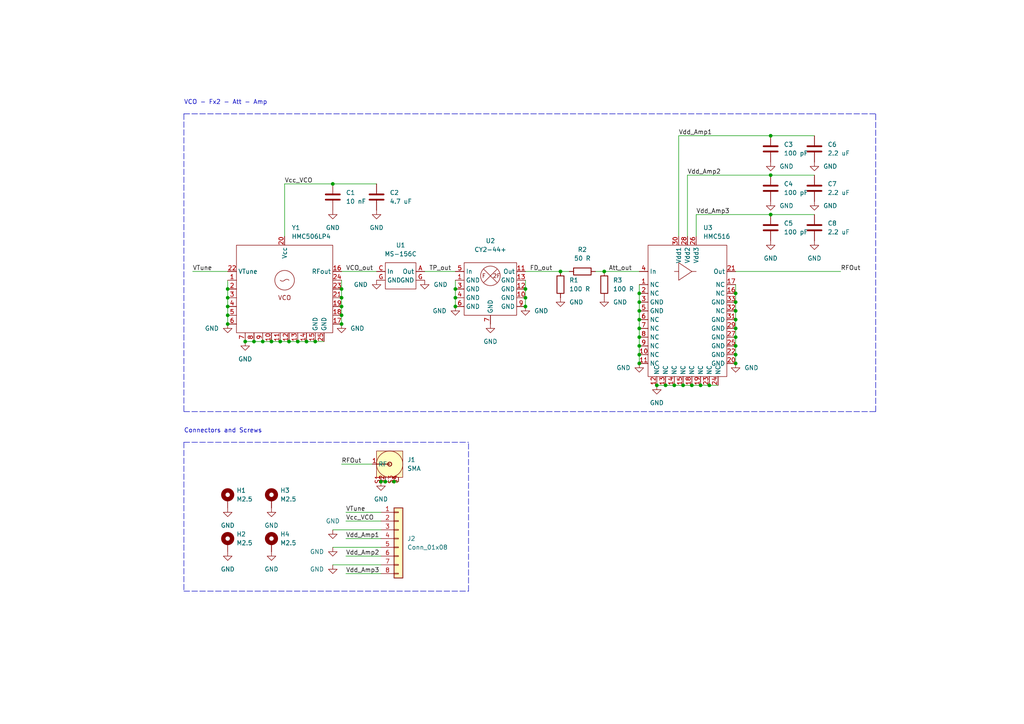
<source format=kicad_sch>
(kicad_sch (version 20211123) (generator eeschema)
  (paper "A4")
  (lib_symbols
    (symbol "Connector_Generic:Conn_01x08" (pin_names (offset 1.016) hide)
      (property "Reference" "J" (at 0 10.16 0))
      (property "Value" "Conn_01x08" (at 0 -12.7 0))
      (symbol "Conn_01x08_1_1"
        (rectangle (start -1.27 -10.033) (end 0 -10.287) (stroke (width 0.1524)))
        (rectangle (start -1.27 -7.493) (end 0 -7.747) (stroke (width 0.1524)))
        (rectangle (start -1.27 -4.953) (end 0 -5.207) (stroke (width 0.1524)))
        (rectangle (start -1.27 -2.413) (end 0 -2.667) (stroke (width 0.1524)))
        (rectangle (start -1.27 0.127) (end 0 -0.127) (stroke (width 0.1524)))
        (rectangle (start -1.27 2.667) (end 0 2.413) (stroke (width 0.1524)))
        (rectangle (start -1.27 5.207) (end 0 4.953) (stroke (width 0.1524)))
        (rectangle (start -1.27 7.747) (end 0 7.493) (stroke (width 0.1524)))
        (rectangle (start -1.27 8.89) (end 1.27 -11.43) (stroke (width 0.254)) (fill (type background)))
        (pin passive line (at -5.08 7.62 0) (length 3.81) (name "Pin_1") (number "1"))
        (pin passive line (at -5.08 5.08 0) (length 3.81) (name "Pin_2") (number "2"))
        (pin passive line (at -5.08 2.54 0) (length 3.81) (name "Pin_3") (number "3"))
        (pin passive line (at -5.08 0 0) (length 3.81) (name "Pin_4") (number "4"))
        (pin passive line (at -5.08 -2.54 0) (length 3.81) (name "Pin_5") (number "5"))
        (pin passive line (at -5.08 -5.08 0) (length 3.81) (name "Pin_6") (number "6"))
        (pin passive line (at -5.08 -7.62 0) (length 3.81) (name "Pin_7") (number "7"))
        (pin passive line (at -5.08 -10.16 0) (length 3.81) (name "Pin_8") (number "8"))
      )
    )
    (symbol "Device:C" (pin_numbers hide) (pin_names (offset 0.254))
      (property "Reference" "C" (at 0.635 2.54 0))
      (property "Value" "C" (at 0.635 -2.54 0))
      (symbol "C_0_1"
        (polyline (pts (xy -2.032 -0.762) (xy 2.032 -0.762)) (stroke (width 0.508)))
        (polyline (pts (xy -2.032 0.762) (xy 2.032 0.762)) (stroke (width 0.508)))
      )
      (symbol "C_1_1"
        (pin passive line (at 0 3.81 270) (length 2.794) (name "~") (number "1"))
        (pin passive line (at 0 -3.81 90) (length 2.794) (name "~") (number "2"))
      )
    )
    (symbol "Device:R" (pin_numbers hide) (pin_names (offset 0))
      (property "Reference" "R" (at 2.032 0 90))
      (property "Value" "R" (at 0 0 90))
      (symbol "R_0_1"
        (rectangle (start -1.016 -2.54) (end 1.016 2.54) (stroke (width 0.254)))
      )
      (symbol "R_1_1"
        (pin passive line (at 0 3.81 270) (length 1.27) (name "~") (number "1"))
        (pin passive line (at 0 -3.81 90) (length 1.27) (name "~") (number "2"))
      )
    )
    (symbol "GGS_Connectors:MS-156C"
      (property "Reference" "U" (at 3.81 12.7 0))
      (property "Value" "MS-156C" (at 7.62 10.16 0))
      (symbol "MS-156C_0_1"
        (rectangle (start 2.54 8.89) (end 11.43 1.27))
      )
      (symbol "MS-156C_1_1"
        (pin output line (at 13.97 6.35 180) (length 2.54) (name "Out") (number "A"))
        (pin input line (at 0 6.35 0) (length 2.54) (name "In") (number "C"))
        (pin passive line (at 0 3.81 0) (length 2.54) (name "GND") (number "G"))
        (pin passive line (at 13.97 3.81 180) (length 2.54) (name "GND") (number "G"))
      )
    )
    (symbol "GGS_Connectors:SMA"
      (property "Reference" "J" (at 2.54 15.24 0))
      (property "Value" "SMA" (at 3.81 12.7 0))
      (symbol "SMA_0_1"
        (polyline (pts (xy 6.35 6.35) (xy 2.54 6.35)) (stroke (width 0.254)))
        (rectangle (start 2.54 10.16) (end 10.16 2.54) (fill (type background)))
        (circle (center 6.35 6.35) (radius 0.568) (stroke (width 0.254)))
        (circle (center 6.35 6.35) (radius 3.81))
      )
      (symbol "SMA_1_1"
        (pin bidirectional line (at 1.27 6.35 0) (length 1.27) (name "RF") (number "1"))
        (pin power_in line (at 3.81 1.27 90) (length 1.27) (name "") (number "S1"))
        (pin power_in line (at 5.08 1.27 90) (length 1.27) (name "") (number "S2"))
        (pin power_in line (at 7.62 1.27 90) (length 1.27) (name "") (number "S3"))
        (pin power_in line (at 8.89 1.27 90) (length 1.27) (name "") (number "S4"))
      )
    )
    (symbol "GGS_RF:CY2-44+"
      (property "Reference" "U" (at 10.16 13.97 0))
      (property "Value" "CY2-44+" (at 13.97 11.43 0))
      (symbol "CY2-44+_0_0"
        (text "2F" (at 5.588 6.35 0) (effects (font (size 1.143 1.143))))
        (text "F" (at 1.905 6.35 0) (effects (font (size 1.143 1.143))))
        (pin unspecified line (at -6.35 5.08 0) (length 2.54) (name "GND") (number "1"))
        (pin unspecified line (at 13.97 0 180) (length 2.54) (name "GND") (number "10"))
        (pin unspecified line (at 13.97 7.62 180) (length 2.54) (name "Out") (number "11"))
        (pin unspecified line (at 13.97 2.54 180) (length 2.54) (name "GND") (number "12"))
        (pin unspecified line (at 13.97 5.08 180) (length 2.54) (name "GND") (number "13"))
        (pin unspecified line (at 2.54 13.97 270) (length 2.54) hide (name "") (number "2"))
        (pin unspecified line (at -6.35 2.54 0) (length 2.54) (name "GND") (number "3"))
        (pin unspecified line (at -6.35 0 0) (length 2.54) (name "GND") (number "4"))
        (pin unspecified line (at -6.35 7.62 0) (length 2.54) (name "In") (number "5"))
        (pin unspecified line (at -6.35 -2.54 0) (length 2.54) (name "GND") (number "6"))
        (pin unspecified line (at 3.81 -7.62 90) (length 2.54) (name "GND") (number "7"))
        (pin unspecified line (at 6.35 13.97 270) (length 2.54) hide (name "") (number "8"))
        (pin unspecified line (at 13.97 -2.54 180) (length 2.54) (name "GND") (number "9"))
      )
      (symbol "CY2-44+_0_1"
        (rectangle (start -3.81 10.16) (end 11.43 -5.08))
        (polyline (pts (xy 1.905 8.255) (xy 5.715 4.445)))
        (polyline (pts (xy 5.715 8.255) (xy 1.905 4.445)))
        (circle (center 3.81 6.35) (radius 2.8398))
      )
    )
    (symbol "GGS_RF:HMC506LP4"
      (property "Reference" "Y" (at 21.59 29.21 0))
      (property "Value" "HMC506LP4" (at 26.67 26.67 0))
      (symbol "HMC506LP4_0_0"
        (text "VCO" (at 17.78 8.89 0) (effects (font (size 1.27 1.27))))
        (pin unspecified line (at 1.27 13.97 0) (length 2.54) (name "") (number "1"))
        (pin unspecified line (at 13.97 -3.81 90) (length 2.54) (name "") (number "10"))
        (pin unspecified line (at 16.51 -3.81 90) (length 2.54) (name "") (number "11"))
        (pin unspecified line (at 19.05 -3.81 90) (length 2.54) (name "") (number "12"))
        (pin unspecified line (at 21.59 -3.81 90) (length 2.54) (name "") (number "13"))
        (pin unspecified line (at 24.13 -3.81 90) (length 2.54) (name "") (number "14"))
        (pin unspecified line (at 26.67 -3.81 90) (length 2.54) (name "GND") (number "15"))
        (pin unspecified line (at 34.29 16.51 180) (length 2.54) (name "RFout") (number "16"))
        (pin unspecified line (at 34.29 1.27 180) (length 2.54) (name "") (number "17"))
        (pin unspecified line (at 34.29 3.81 180) (length 2.54) (name "") (number "18"))
        (pin unspecified line (at 34.29 6.35 180) (length 2.54) (name "") (number "19"))
        (pin unspecified line (at 1.27 11.43 0) (length 2.54) (name "") (number "2"))
        (pin unspecified line (at 17.78 26.67 270) (length 2.54) (name "Vcc") (number "20"))
        (pin unspecified line (at 34.29 8.89 180) (length 2.54) (name "") (number "21"))
        (pin input line (at 1.27 16.51 0) (length 2.54) (name "VTune") (number "22"))
        (pin unspecified line (at 34.29 11.43 180) (length 2.54) (name "") (number "23"))
        (pin unspecified line (at 34.29 13.97 180) (length 2.54) (name "") (number "24"))
        (pin unspecified line (at 29.21 -3.81 90) (length 2.54) (name "GND") (number "25"))
        (pin unspecified line (at 1.27 8.89 0) (length 2.54) (name "") (number "3"))
        (pin unspecified line (at 1.27 6.35 0) (length 2.54) (name "") (number "4"))
        (pin unspecified line (at 1.27 3.81 0) (length 2.54) (name "") (number "5"))
        (pin unspecified line (at 1.27 1.27 0) (length 2.54) (name "") (number "6"))
        (pin unspecified line (at 6.35 -3.81 90) (length 2.54) (name "") (number "7"))
        (pin unspecified line (at 8.89 -3.81 90) (length 2.54) (name "") (number "8"))
        (pin unspecified line (at 11.43 -3.81 90) (length 2.54) (name "") (number "9"))
      )
      (symbol "HMC506LP4_0_1"
        (rectangle (start 3.81 24.13) (end 31.75 -1.27))
        (arc (start 16.51 13.97) (mid 17.145 12.4334) (end 17.78 13.97))
        (circle (center 17.78 13.97) (radius 2.8398))
        (arc (start 19.05 13.97) (mid 18.415 15.503) (end 17.78 13.97))
      )
    )
    (symbol "GGS_RF:HMC516"
      (property "Reference" "U" (at 8.89 54.61 0))
      (property "Value" "HMC516" (at 11.43 52.07 0))
      (symbol "HMC516_0_0"
        (rectangle (start -10.16 49.53) (end 12.7 11.43))
        (polyline (pts (xy 2.54 41.91) (xy 3.81 41.91)))
        (polyline (pts (xy -2.54 41.91) (xy -1.27 41.91) (xy -1.27 39.37) (xy 2.54 41.91) (xy -1.27 44.45) (xy -1.27 41.91)))
        (pin unspecified line (at -12.7 38.1 0) (length 2.54) (name "NC") (number "1"))
        (pin unspecified line (at -12.7 17.78 0) (length 2.54) (name "NC") (number "10"))
        (pin unspecified line (at -12.7 15.24 0) (length 2.54) (name "NC") (number "11"))
        (pin unspecified line (at -7.62 8.89 90) (length 2.54) (name "NC") (number "12"))
        (pin unspecified line (at -5.08 8.89 90) (length 2.54) (name "NC") (number "13"))
        (pin unspecified line (at -2.54 8.89 90) (length 2.54) (name "NC") (number "14"))
        (pin unspecified line (at 0 8.89 90) (length 2.54) (name "NC") (number "15"))
        (pin unspecified line (at 15.24 35.56 180) (length 2.54) (name "NC") (number "16"))
        (pin unspecified line (at 15.24 38.1 180) (length 2.54) (name "NC") (number "17"))
        (pin unspecified line (at 2.54 8.89 90) (length 2.54) (name "NC") (number "18"))
        (pin unspecified line (at 5.08 8.89 90) (length 2.54) (name "NC") (number "19"))
        (pin unspecified line (at -12.7 35.56 0) (length 2.54) (name "NC") (number "2"))
        (pin unspecified line (at 15.24 15.24 180) (length 2.54) (name "GND") (number "20"))
        (pin unspecified line (at 15.24 41.91 180) (length 2.54) (name "Out") (number "21"))
        (pin unspecified line (at 15.24 17.78 180) (length 2.54) (name "GND") (number "22"))
        (pin unspecified line (at 7.62 8.89 90) (length 2.54) (name "NC") (number "23"))
        (pin unspecified line (at 10.16 8.89 90) (length 2.54) (name "NC") (number "24"))
        (pin unspecified line (at 15.24 20.32 180) (length 2.54) (name "GND") (number "25"))
        (pin unspecified line (at 3.81 52.07 270) (length 2.54) (name "Vdd3") (number "26"))
        (pin unspecified line (at 15.24 22.86 180) (length 2.54) (name "GND") (number "27"))
        (pin unspecified line (at 1.27 52.07 270) (length 2.54) (name "Vdd2") (number "28"))
        (pin unspecified line (at 15.24 25.4 180) (length 2.54) (name "GND") (number "29"))
        (pin unspecified line (at -12.7 33.02 0) (length 2.54) (name "GND") (number "3"))
        (pin unspecified line (at -1.27 52.07 270) (length 2.54) (name "Vdd1") (number "30"))
        (pin unspecified line (at 15.24 27.94 180) (length 2.54) (name "GND") (number "31"))
        (pin unspecified line (at 15.24 30.48 180) (length 2.54) (name "NC") (number "32"))
        (pin unspecified line (at 15.24 33.02 180) (length 2.54) (name "GND") (number "33"))
        (pin unspecified line (at -12.7 41.91 0) (length 2.54) (name "In") (number "4"))
        (pin unspecified line (at -12.7 30.48 0) (length 2.54) (name "GND") (number "5"))
        (pin unspecified line (at -12.7 27.94 0) (length 2.54) (name "NC") (number "6"))
        (pin unspecified line (at -12.7 25.4 0) (length 2.54) (name "NC") (number "7"))
        (pin unspecified line (at -12.7 22.86 0) (length 2.54) (name "NC") (number "8"))
        (pin unspecified line (at -12.7 20.32 0) (length 2.54) (name "NC") (number "9"))
      )
    )
    (symbol "Mechanical:MountingHole_Pad" (pin_numbers hide) (pin_names (offset 1.016) hide)
      (property "Reference" "H" (at 0 6.35 0))
      (property "Value" "MountingHole_Pad" (at 0 4.445 0))
      (symbol "MountingHole_Pad_0_1"
        (circle (center 0 1.27) (radius 1.27) (stroke (width 1.27)))
      )
      (symbol "MountingHole_Pad_1_1"
        (pin input line (at 0 -2.54 90) (length 2.54) (name "1") (number "1"))
      )
    )
    (symbol "power:GND" (power) (pin_names (offset 0))
      (property "Value" "GND" (at 0 -3.81 0))
      (symbol "GND_0_1"
        (polyline (pts (xy 0 0) (xy 0 -1.27) (xy 1.27 -1.27) (xy 0 -2.54) (xy -1.27 -1.27) (xy 0 -1.27)))
      )
      (symbol "GND_1_1"
        (pin power_in line (at 0 0 270) (length 0) hide (name "GND") (number "1"))
      )
    )
  )
  (junction (at 185.42 95.25))
  (junction (at 185.42 85.09))
  (junction (at 185.42 97.79))
  (junction (at 66.04 93.98))
  (junction (at 83.82 99.06))
  (junction (at 66.04 86.36))
  (junction (at 175.26 78.74))
  (junction (at 223.52 50.8))
  (junction (at 132.08 86.36))
  (junction (at 81.28 99.06))
  (junction (at 213.36 95.25))
  (junction (at 198.12 111.76))
  (junction (at 185.42 102.87))
  (junction (at 200.66 111.76))
  (junction (at 76.2 99.06))
  (junction (at 99.06 88.9))
  (junction (at 162.56 78.74))
  (junction (at 99.06 86.36))
  (junction (at 66.04 88.9))
  (junction (at 213.36 87.63))
  (junction (at 132.08 88.9))
  (junction (at 110.49 139.7))
  (junction (at 99.06 83.82))
  (junction (at 185.42 87.63))
  (junction (at 203.2 111.76))
  (junction (at 152.4 83.82))
  (junction (at 132.08 83.82))
  (junction (at 152.4 86.36))
  (junction (at 71.12 99.06))
  (junction (at 78.74 99.06))
  (junction (at 99.06 93.98))
  (junction (at 213.36 85.09))
  (junction (at 86.36 99.06))
  (junction (at 66.04 83.82))
  (junction (at 193.04 111.76))
  (junction (at 91.44 99.06))
  (junction (at 66.04 91.44))
  (junction (at 111.76 139.7))
  (junction (at 213.36 92.71))
  (junction (at 213.36 90.17))
  (junction (at 223.52 39.37))
  (junction (at 185.42 100.33))
  (junction (at 185.42 90.17))
  (junction (at 190.5 111.76))
  (junction (at 114.3 139.7))
  (junction (at 213.36 97.79))
  (junction (at 96.52 53.34))
  (junction (at 213.36 105.41))
  (junction (at 73.66 99.06))
  (junction (at 88.9 99.06))
  (junction (at 205.74 111.76))
  (junction (at 185.42 92.71))
  (junction (at 213.36 102.87))
  (junction (at 152.4 88.9))
  (junction (at 99.06 91.44))
  (junction (at 213.36 100.33))
  (junction (at 195.58 111.76))
  (junction (at 185.42 105.41))
  (junction (at 223.52 62.23))
  (wire (pts (xy 99.06 83.82) (xy 99.06 86.36)))
  (wire (pts (xy 213.36 100.33) (xy 213.36 102.87)))
  (wire (pts (xy 76.2 99.06) (xy 78.74 99.06)))
  (wire (pts (xy 100.33 156.21) (xy 110.49 156.21)))
  (polyline (pts (xy 53.34 128.27) (xy 53.34 171.45)))
  (polyline (pts (xy 135.89 171.45) (xy 135.89 128.27)))
  (wire (pts (xy 100.33 151.13) (xy 110.49 151.13)))
  (wire (pts (xy 96.52 153.67) (xy 110.49 153.67)))
  (wire (pts (xy 99.06 86.36) (xy 99.06 88.9)))
  (wire (pts (xy 175.26 78.74) (xy 185.42 78.74)))
  (wire (pts (xy 213.36 85.09) (xy 213.36 87.63)))
  (wire (pts (xy 199.39 68.58) (xy 199.39 50.8)))
  (wire (pts (xy 132.08 86.36) (xy 132.08 88.9)))
  (wire (pts (xy 243.84 78.74) (xy 213.36 78.74)))
  (wire (pts (xy 193.04 111.76) (xy 195.58 111.76)))
  (polyline (pts (xy 53.34 33.02) (xy 254 33.02)))
  (wire (pts (xy 223.52 39.37) (xy 236.22 39.37)))
  (wire (pts (xy 55.88 78.74) (xy 66.04 78.74)))
  (wire (pts (xy 111.76 139.7) (xy 114.3 139.7)))
  (wire (pts (xy 88.9 99.06) (xy 91.44 99.06)))
  (wire (pts (xy 86.36 99.06) (xy 88.9 99.06)))
  (wire (pts (xy 91.44 99.06) (xy 93.98 99.06)))
  (wire (pts (xy 99.06 88.9) (xy 99.06 91.44)))
  (wire (pts (xy 152.4 83.82) (xy 152.4 86.36)))
  (wire (pts (xy 213.36 102.87) (xy 213.36 105.41)))
  (wire (pts (xy 185.42 82.55) (xy 185.42 85.09)))
  (wire (pts (xy 162.56 78.74) (xy 165.1 78.74)))
  (wire (pts (xy 82.55 53.34) (xy 96.52 53.34)))
  (wire (pts (xy 185.42 95.25) (xy 185.42 97.79)))
  (wire (pts (xy 213.36 95.25) (xy 213.36 97.79)))
  (wire (pts (xy 200.66 111.76) (xy 203.2 111.76)))
  (wire (pts (xy 100.33 166.37) (xy 110.49 166.37)))
  (polyline (pts (xy 53.34 171.45) (xy 135.89 171.45)))
  (wire (pts (xy 66.04 81.28) (xy 66.04 83.82)))
  (wire (pts (xy 213.36 90.17) (xy 213.36 92.71)))
  (wire (pts (xy 123.19 78.74) (xy 132.08 78.74)))
  (wire (pts (xy 99.06 91.44) (xy 99.06 93.98)))
  (wire (pts (xy 185.42 102.87) (xy 185.42 105.41)))
  (polyline (pts (xy 53.34 128.27) (xy 135.89 128.27)))
  (wire (pts (xy 205.74 111.76) (xy 208.28 111.76)))
  (wire (pts (xy 203.2 111.76) (xy 205.74 111.76)))
  (wire (pts (xy 185.42 85.09) (xy 185.42 87.63)))
  (wire (pts (xy 81.28 99.06) (xy 83.82 99.06)))
  (wire (pts (xy 96.52 158.75) (xy 110.49 158.75)))
  (wire (pts (xy 100.33 148.59) (xy 110.49 148.59)))
  (wire (pts (xy 196.85 39.37) (xy 223.52 39.37)))
  (wire (pts (xy 73.66 99.06) (xy 76.2 99.06)))
  (wire (pts (xy 66.04 86.36) (xy 66.04 88.9)))
  (wire (pts (xy 201.93 68.58) (xy 201.93 62.23)))
  (wire (pts (xy 114.3 139.7) (xy 115.57 139.7)))
  (wire (pts (xy 172.72 78.74) (xy 175.26 78.74)))
  (wire (pts (xy 96.52 163.83) (xy 110.49 163.83)))
  (wire (pts (xy 132.08 81.28) (xy 132.08 83.82)))
  (wire (pts (xy 223.52 62.23) (xy 236.22 62.23)))
  (wire (pts (xy 223.52 50.8) (xy 236.22 50.8)))
  (wire (pts (xy 66.04 88.9) (xy 66.04 91.44)))
  (wire (pts (xy 99.06 81.28) (xy 99.06 83.82)))
  (wire (pts (xy 190.5 111.76) (xy 193.04 111.76)))
  (wire (pts (xy 152.4 78.74) (xy 162.56 78.74)))
  (wire (pts (xy 83.82 99.06) (xy 86.36 99.06)))
  (wire (pts (xy 132.08 83.82) (xy 132.08 86.36)))
  (wire (pts (xy 213.36 92.71) (xy 213.36 95.25)))
  (wire (pts (xy 99.06 134.62) (xy 107.95 134.62)))
  (wire (pts (xy 201.93 62.23) (xy 223.52 62.23)))
  (wire (pts (xy 99.06 78.74) (xy 109.22 78.74)))
  (wire (pts (xy 78.74 99.06) (xy 81.28 99.06)))
  (wire (pts (xy 152.4 81.28) (xy 152.4 83.82)))
  (polyline (pts (xy 53.34 119.38) (xy 254 119.38)))
  (wire (pts (xy 185.42 97.79) (xy 185.42 100.33)))
  (wire (pts (xy 66.04 91.44) (xy 66.04 93.98)))
  (wire (pts (xy 110.49 139.7) (xy 111.76 139.7)))
  (wire (pts (xy 195.58 111.76) (xy 198.12 111.76)))
  (wire (pts (xy 185.42 100.33) (xy 185.42 102.87)))
  (wire (pts (xy 185.42 92.71) (xy 185.42 95.25)))
  (wire (pts (xy 196.85 68.58) (xy 196.85 39.37)))
  (wire (pts (xy 213.36 82.55) (xy 213.36 85.09)))
  (wire (pts (xy 96.52 53.34) (xy 109.22 53.34)))
  (wire (pts (xy 82.55 53.34) (xy 82.55 68.58)))
  (polyline (pts (xy 53.34 33.02) (xy 53.34 119.38)))
  (wire (pts (xy 71.12 99.06) (xy 73.66 99.06)))
  (polyline (pts (xy 254 119.38) (xy 254 33.02)))
  (wire (pts (xy 100.33 161.29) (xy 110.49 161.29)))
  (wire (pts (xy 152.4 86.36) (xy 152.4 88.9)))
  (wire (pts (xy 185.42 87.63) (xy 185.42 90.17)))
  (wire (pts (xy 213.36 97.79) (xy 213.36 100.33)))
  (wire (pts (xy 198.12 111.76) (xy 200.66 111.76)))
  (wire (pts (xy 199.39 50.8) (xy 223.52 50.8)))
  (wire (pts (xy 66.04 83.82) (xy 66.04 86.36)))
  (wire (pts (xy 213.36 87.63) (xy 213.36 90.17)))
  (wire (pts (xy 185.42 90.17) (xy 185.42 92.71)))
  (text "Connectors and Screws" (at 53.34 125.73 0) (effects (font (size 1.27 1.27)) (justify left bottom)))
  (text "VCO - Fx2 - Att - Amp" (at 53.34 30.48 0) (effects (font (size 1.27 1.27)) (justify left bottom)))
  (label "Vdd_Amp3" (at 100.33 166.37 0))
  (label "VTune" (at 100.33 148.59 0))
  (label "Vcc_VCO" (at 100.33 151.13 0))
  (label "VCO_out" (at 100.33 78.74 0))
  (label "Vdd_Amp2" (at 100.33 161.29 0))
  (label "RFOut" (at 99.06 134.62 0))
  (label "Att_out" (at 176.5458 78.74 0))
  (label "FD_out" (at 153.67 78.74 0))
  (label "Vcc_VCO" (at 82.55 53.34 0))
  (label "Vdd_Amp3" (at 201.93 62.23 0))
  (label "Vdd_Amp2" (at 199.39 50.8 0))
  (label "TP_out" (at 124.46 78.74 0))
  (label "Vdd_Amp1" (at 100.33 156.21 0))
  (label "RFOut" (at 243.84 78.74 0))
  (label "VTune" (at 55.88 78.74 0))
  (label "Vdd_Amp1" (at 196.85 39.37 0))
  (symbol (lib_id "Mechanical:MountingHole_Pad") (at 66.04 157.48 0) (unit 1)
    (property "Reference" "H2" (at 68.58 154.9399 0) (effects (justify left)))
    (property "Value" "M2.5" (at 68.58 157.4799 0) (effects (justify left)))
    (property "Footprint" "MountingHole:MountingHole_2.7mm_M2.5_Pad" (effects hide))
  )
  (symbol (lib_id "power:GND") (at 236.22 58.42 0) (unit 1)
    (property "Reference" "#PWR027" (effects hide))
    (property "Value" "GND" (at 238.76 59.6899 0) (effects (justify left)))
  )
  (symbol (lib_id "power:GND") (at 142.24 93.98 0) (unit 1)
    (property "Reference" "#PWR016" (effects hide))
    (property "Value" "GND" (at 142.24 99.06 0))
  )
  (symbol (lib_id "Device:R") (at 175.26 82.55 180) (unit 1)
    (property "Reference" "R3" (at 177.8 81.2799 0) (effects (justify right)))
    (property "Value" "100 R" (at 177.8 83.8199 0) (effects (justify right)))
    (property "Footprint" "Resistor_SMD:R_0603_1608Metric" (effects hide))
  )
  (symbol (lib_id "power:GND") (at 66.04 147.32 0) (unit 1)
    (property "Reference" "#PWR03" (effects hide))
    (property "Value" "GND" (at 66.04 152.4 0))
  )
  (symbol (lib_id "GGS_RF:CY2-44+") (at 138.43 86.36 0) (unit 1)
    (property "Reference" "U2" (at 142.24 69.85 0))
    (property "Value" "CY2-44+" (at 142.24 72.39 0))
    (property "Footprint" "Package_DFN_QFN:QFN-12-1EP_3x3mm_P0.5mm_EP1.65x1.65mm" (effects hide))
  )
  (symbol (lib_id "Device:R") (at 162.56 82.55 0) (unit 1)
    (property "Reference" "R1" (at 165.1 81.2799 0) (effects (justify left)))
    (property "Value" "100 R" (at 165.1 83.8199 0) (effects (justify left)))
    (property "Footprint" "Resistor_SMD:R_0603_1608Metric" (effects hide))
  )
  (symbol (lib_id "Device:C") (at 96.52 57.15 0) (unit 1)
    (property "Reference" "C1" (at 100.33 55.8799 0) (effects (justify left)))
    (property "Value" "10 nF" (at 100.33 58.4199 0) (effects (justify left)))
    (property "Footprint" "Capacitor_SMD:C_0603_1608Metric" (effects hide))
  )
  (symbol (lib_id "Device:C") (at 223.52 54.61 0) (unit 1)
    (property "Reference" "C4" (at 227.33 53.3399 0) (effects (justify left)))
    (property "Value" "100 pF" (at 227.33 55.8799 0) (effects (justify left)))
    (property "Footprint" "Capacitor_SMD:C_0603_1608Metric" (effects hide))
  )
  (symbol (lib_id "power:GND") (at 223.52 46.99 0) (unit 1)
    (property "Reference" "#PWR023" (effects hide))
    (property "Value" "GND" (at 226.06 48.2599 0) (effects (justify left)))
  )
  (symbol (lib_id "power:GND") (at 123.19 81.28 0) (unit 1)
    (property "Reference" "#PWR014" (effects hide))
    (property "Value" "GND" (at 125.73 82.5499 0) (effects (justify left)))
  )
  (symbol (lib_id "Device:C") (at 236.22 54.61 0) (unit 1)
    (property "Reference" "C7" (at 240.03 53.3399 0) (effects (justify left)))
    (property "Value" "2.2 uF" (at 240.03 55.8799 0) (effects (justify left)))
    (property "Footprint" "Capacitor_SMD:C_0603_1608Metric" (effects hide))
  )
  (symbol (lib_id "power:GND") (at 223.52 69.85 0) (unit 1)
    (property "Reference" "#PWR025" (effects hide))
    (property "Value" "GND" (at 223.52 74.93 0))
  )
  (symbol (lib_id "Connector_Generic:Conn_01x08") (at 115.57 156.21 0) (unit 1)
    (property "Reference" "J2" (at 118.11 156.2099 0) (effects (justify left)))
    (property "Value" "Conn_01x08" (at 118.11 158.7499 0) (effects (justify left)))
    (property "Footprint" "Connector_PinSocket_2.00mm:PinSocket_1x08_P2.00mm_Vertical" (effects hide))
  )
  (symbol (lib_id "power:GND") (at 99.06 93.98 0) (unit 1)
    (property "Reference" "#PWR08" (effects hide))
    (property "Value" "GND" (at 101.6 95.2499 0) (effects (justify left)))
  )
  (symbol (lib_id "power:GND") (at 96.52 153.67 0) (unit 1)
    (property "Reference" "#PWR09" (effects hide))
    (property "Value" "GND" (at 96.52 151.13 0))
  )
  (symbol (lib_id "power:GND") (at 162.56 86.36 0) (unit 1)
    (property "Reference" "#PWR018" (effects hide))
    (property "Value" "GND" (at 165.1 87.6299 0) (effects (justify left)))
  )
  (symbol (lib_id "Device:C") (at 223.52 66.04 0) (unit 1)
    (property "Reference" "C5" (at 227.33 64.7699 0) (effects (justify left)))
    (property "Value" "100 pF" (at 227.33 67.3099 0) (effects (justify left)))
    (property "Footprint" "Capacitor_SMD:C_0603_1608Metric" (effects hide))
  )
  (symbol (lib_id "power:GND") (at 175.26 86.36 0) (unit 1)
    (property "Reference" "#PWR019" (effects hide))
    (property "Value" "GND" (at 177.8 87.6299 0) (effects (justify left)))
  )
  (symbol (lib_id "power:GND") (at 109.22 60.96 0) (unit 1)
    (property "Reference" "#PWR011" (effects hide))
    (property "Value" "GND" (at 109.22 66.04 0))
  )
  (symbol (lib_id "GGS_RF:HMC516") (at 198.12 120.65 0) (unit 1)
    (property "Reference" "U3" (at 203.9494 66.04 0) (effects (justify left)))
    (property "Value" "HMC516" (at 203.9494 68.58 0) (effects (justify left)))
    (property "Footprint" "Package_DFN_QFN:QFN-32-1EP_5x5mm_P0.5mm_EP3.6x3.6mm" (effects hide))
  )
  (symbol (lib_id "GGS_Connectors:MS-156C") (at 109.22 85.09 0) (unit 1)
    (property "Reference" "U1" (at 116.205 71.12 0))
    (property "Value" "MS-156C" (at 116.205 73.66 0))
    (property "Footprint" "GGS_Connectors:CoaxialSwitch_Hirose_MS-156C3_Horizontal" (effects hide))
  )
  (symbol (lib_id "power:GND") (at 109.22 81.28 0) (unit 1)
    (property "Reference" "#PWR012" (effects hide))
    (property "Value" "GND" (at 106.68 82.5499 0) (effects (justify right)))
  )
  (symbol (lib_id "power:GND") (at 110.49 139.7 0) (unit 1)
    (property "Reference" "#PWR013" (effects hide))
    (property "Value" "GND" (at 110.49 144.78 0))
  )
  (symbol (lib_id "power:GND") (at 236.22 46.99 0) (unit 1)
    (property "Reference" "#PWR026" (effects hide))
    (property "Value" "GND" (at 238.76 48.2599 0) (effects (justify left)))
  )
  (symbol (lib_id "Device:C") (at 109.22 57.15 0) (unit 1)
    (property "Reference" "C2" (at 113.03 55.8799 0) (effects (justify left)))
    (property "Value" "4.7 uF" (at 113.03 58.4199 0) (effects (justify left)))
    (property "Footprint" "Capacitor_SMD:C_0603_1608Metric" (effects hide))
  )
  (symbol (lib_id "power:GND") (at 66.04 93.98 0) (unit 1)
    (property "Reference" "#PWR01" (effects hide))
    (property "Value" "GND" (at 63.5 95.2499 0) (effects (justify right)))
  )
  (symbol (lib_id "Device:C") (at 236.22 43.18 0) (unit 1)
    (property "Reference" "C6" (at 240.03 41.9099 0) (effects (justify left)))
    (property "Value" "2.2 uF" (at 240.03 44.4499 0) (effects (justify left)))
    (property "Footprint" "Capacitor_SMD:C_0603_1608Metric" (effects hide))
  )
  (symbol (lib_id "Device:C") (at 236.22 66.04 0) (unit 1)
    (property "Reference" "C8" (at 240.03 64.7699 0) (effects (justify left)))
    (property "Value" "2.2 uF" (at 240.03 67.3099 0) (effects (justify left)))
    (property "Footprint" "Capacitor_SMD:C_0603_1608Metric" (effects hide))
  )
  (symbol (lib_id "power:GND") (at 96.52 163.83 0) (unit 1)
    (property "Reference" "#PWR0101" (effects hide))
    (property "Value" "GND" (at 93.98 165.0999 0) (effects (justify right)))
  )
  (symbol (lib_id "power:GND") (at 96.52 158.75 0) (unit 1)
    (property "Reference" "#PWR010" (effects hide))
    (property "Value" "GND" (at 93.98 160.0199 0) (effects (justify right)))
  )
  (symbol (lib_id "power:GND") (at 78.74 160.02 0) (unit 1)
    (property "Reference" "#PWR06" (effects hide))
    (property "Value" "GND" (at 78.74 165.1 0))
  )
  (symbol (lib_id "power:GND") (at 152.4 88.9 0) (unit 1)
    (property "Reference" "#PWR017" (effects hide))
    (property "Value" "GND" (at 154.94 90.1699 0) (effects (justify left)))
  )
  (symbol (lib_id "power:GND") (at 213.36 105.41 0) (unit 1)
    (property "Reference" "#PWR022" (effects hide))
    (property "Value" "GND" (at 215.9 106.6799 0) (effects (justify left)))
  )
  (symbol (lib_id "power:GND") (at 185.42 105.41 0) (unit 1)
    (property "Reference" "#PWR020" (effects hide))
    (property "Value" "GND" (at 182.88 106.6799 0) (effects (justify right)))
  )
  (symbol (lib_id "power:GND") (at 78.74 147.32 0) (unit 1)
    (property "Reference" "#PWR05" (effects hide))
    (property "Value" "GND" (at 78.74 152.4 0))
  )
  (symbol (lib_id "Device:R") (at 168.91 78.74 90) (unit 1)
    (property "Reference" "R2" (at 168.91 72.39 90))
    (property "Value" "50 R" (at 168.91 74.93 90))
    (property "Footprint" "Resistor_SMD:R_0603_1608Metric" (effects hide))
  )
  (symbol (lib_id "power:GND") (at 71.12 99.06 0) (unit 1)
    (property "Reference" "#PWR02" (effects hide))
    (property "Value" "GND" (at 71.12 104.14 0))
  )
  (symbol (lib_id "GGS_RF:HMC506LP4") (at 64.77 95.25 0) (unit 1)
    (property "Reference" "Y1" (at 84.5694 66.04 0) (effects (justify left)))
    (property "Value" "HMC506LP4" (at 84.5694 68.58 0) (effects (justify left)))
    (property "Footprint" "Package_DFN_QFN:QFN-24-1EP_4x4mm_P0.5mm_EP2.7x2.7mm" (effects hide))
  )
  (symbol (lib_id "Mechanical:MountingHole_Pad") (at 66.04 144.78 0) (unit 1)
    (property "Reference" "H1" (at 68.58 142.2399 0) (effects (justify left)))
    (property "Value" "M2.5" (at 68.58 144.7799 0) (effects (justify left)))
    (property "Footprint" "MountingHole:MountingHole_2.7mm_M2.5_Pad" (effects hide))
  )
  (symbol (lib_id "Mechanical:MountingHole_Pad") (at 78.74 157.48 0) (unit 1)
    (property "Reference" "H4" (at 81.28 154.9399 0) (effects (justify left)))
    (property "Value" "M2.5" (at 81.28 157.4799 0) (effects (justify left)))
    (property "Footprint" "MountingHole:MountingHole_2.7mm_M2.5_Pad" (effects hide))
  )
  (symbol (lib_id "power:GND") (at 223.52 58.42 0) (unit 1)
    (property "Reference" "#PWR024" (effects hide))
    (property "Value" "GND" (at 226.06 59.6899 0) (effects (justify left)))
  )
  (symbol (lib_id "power:GND") (at 236.22 69.85 0) (unit 1)
    (property "Reference" "#PWR028" (effects hide))
    (property "Value" "GND" (at 236.22 74.93 0))
  )
  (symbol (lib_id "power:GND") (at 190.5 111.76 0) (unit 1)
    (property "Reference" "#PWR021" (effects hide))
    (property "Value" "GND" (at 190.5 116.84 0))
  )
  (symbol (lib_id "power:GND") (at 66.04 160.02 0) (unit 1)
    (property "Reference" "#PWR04" (effects hide))
    (property "Value" "GND" (at 66.04 165.1 0))
  )
  (symbol (lib_id "Mechanical:MountingHole_Pad") (at 78.74 144.78 0) (unit 1)
    (property "Reference" "H3" (at 81.28 142.2399 0) (effects (justify left)))
    (property "Value" "M2.5" (at 81.28 144.7799 0) (effects (justify left)))
    (property "Footprint" "MountingHole:MountingHole_2.7mm_M2.5_Pad" (effects hide))
  )
  (symbol (lib_id "power:GND") (at 132.08 88.9 0) (unit 1)
    (property "Reference" "#PWR015" (effects hide))
    (property "Value" "GND" (at 129.54 90.1699 0) (effects (justify right)))
  )
  (symbol (lib_id "power:GND") (at 96.52 60.96 0) (unit 1)
    (property "Reference" "#PWR07" (effects hide))
    (property "Value" "GND" (at 96.52 66.04 0))
  )
  (symbol (lib_id "Device:C") (at 223.52 43.18 0) (unit 1)
    (property "Reference" "C3" (at 227.33 41.9099 0) (effects (justify left)))
    (property "Value" "100 pF" (at 227.33 44.4499 0) (effects (justify left)))
    (property "Footprint" "Capacitor_SMD:C_0603_1608Metric" (effects hide))
  )
  (symbol (lib_id "GGS_Connectors:SMA") (at 106.68 140.97 0) (unit 1)
    (property "Reference" "J1" (at 118.11 133.3499 0) (effects (justify left)))
    (property "Value" "SMA" (at 118.11 135.8899 0) (effects (justify left)))
    (property "Footprint" "GGS_Connectors:LINX_CONSMA020.062-G" (effects hide))
  )
)
</source>
